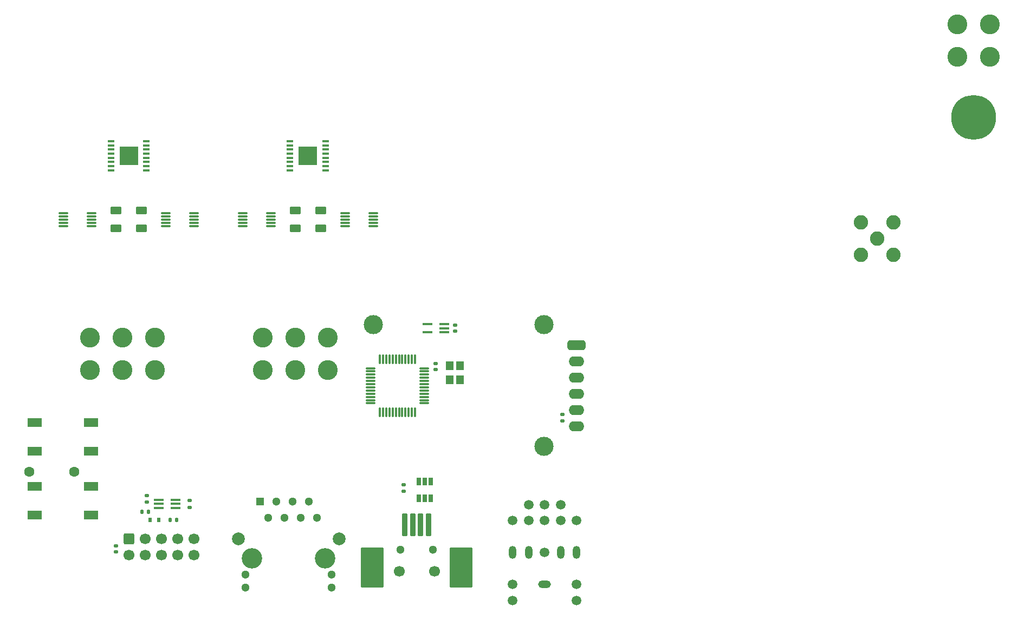
<source format=gbr>
%TF.GenerationSoftware,KiCad,Pcbnew,6.0.1-79c1e3a40b~116~ubuntu18.04.1*%
%TF.CreationDate,2022-01-20T05:24:45+01:00*%
%TF.ProjectId,ss_mb_mockup,73735f6d-625f-46d6-9f63-6b75702e6b69,Rev0.1*%
%TF.SameCoordinates,PX42c1d80PY93d1cc0*%
%TF.FileFunction,Soldermask,Bot*%
%TF.FilePolarity,Negative*%
%FSLAX46Y46*%
G04 Gerber Fmt 4.6, Leading zero omitted, Abs format (unit mm)*
G04 Created by KiCad (PCBNEW 6.0.1-79c1e3a40b~116~ubuntu18.04.1) date 2022-01-20 05:24:45*
%MOMM*%
%LPD*%
G01*
G04 APERTURE LIST*
G04 Aperture macros list*
%AMRoundRect*
0 Rectangle with rounded corners*
0 $1 Rounding radius*
0 $2 $3 $4 $5 $6 $7 $8 $9 X,Y pos of 4 corners*
0 Add a 4 corners polygon primitive as box body*
4,1,4,$2,$3,$4,$5,$6,$7,$8,$9,$2,$3,0*
0 Add four circle primitives for the rounded corners*
1,1,$1+$1,$2,$3*
1,1,$1+$1,$4,$5*
1,1,$1+$1,$6,$7*
1,1,$1+$1,$8,$9*
0 Add four rect primitives between the rounded corners*
20,1,$1+$1,$2,$3,$4,$5,0*
20,1,$1+$1,$4,$5,$6,$7,0*
20,1,$1+$1,$6,$7,$8,$9,0*
20,1,$1+$1,$8,$9,$2,$3,0*%
G04 Aperture macros list end*
%ADD10C,1.300000*%
%ADD11C,0.800000*%
%ADD12C,7.000000*%
%ADD13C,1.600000*%
%ADD14RoundRect,0.140000X-0.170000X0.140000X-0.170000X-0.140000X0.170000X-0.140000X0.170000X0.140000X0*%
%ADD15C,3.200000*%
%ADD16R,1.300000X1.300000*%
%ADD17C,2.000000*%
%ADD18RoundRect,0.250000X-0.625000X0.375000X-0.625000X-0.375000X0.625000X-0.375000X0.625000X0.375000X0*%
%ADD19RoundRect,0.250000X0.625000X-0.375000X0.625000X0.375000X-0.625000X0.375000X-0.625000X-0.375000X0*%
%ADD20R,2.200000X1.400000*%
%ADD21RoundRect,0.075000X0.075000X-0.662500X0.075000X0.662500X-0.075000X0.662500X-0.075000X-0.662500X0*%
%ADD22RoundRect,0.075000X0.662500X-0.075000X0.662500X0.075000X-0.662500X0.075000X-0.662500X-0.075000X0*%
%ADD23R,1.500000X0.400000*%
%ADD24R,0.650000X1.220000*%
%ADD25RoundRect,0.075000X-0.650000X-0.075000X0.650000X-0.075000X0.650000X0.075000X-0.650000X0.075000X0*%
%ADD26RoundRect,0.075000X0.650000X0.075000X-0.650000X0.075000X-0.650000X-0.075000X0.650000X-0.075000X0*%
%ADD27R,1.150000X1.400000*%
%ADD28C,1.700000*%
%ADD29RoundRect,0.005000X-0.350000X1.700000X-0.350000X-1.700000X0.350000X-1.700000X0.350000X1.700000X0*%
%ADD30RoundRect,0.005000X-1.700000X3.050000X-1.700000X-3.050000X1.700000X-3.050000X1.700000X3.050000X0*%
%ADD31RoundRect,0.250000X-0.600000X0.600000X-0.600000X-0.600000X0.600000X-0.600000X0.600000X0.600000X0*%
%ADD32RoundRect,0.135000X-0.185000X0.135000X-0.185000X-0.135000X0.185000X-0.135000X0.185000X0.135000X0*%
%ADD33R,0.600000X0.700000*%
%ADD34C,3.100000*%
%ADD35C,1.500000*%
%ADD36RoundRect,0.600000X-0.400000X0.000000X0.400000X0.000000X0.400000X0.000000X-0.400000X0.000000X0*%
%ADD37RoundRect,0.600000X0.000000X-0.400000X0.000000X0.400000X0.000000X0.400000X0.000000X-0.400000X0*%
%ADD38C,2.250000*%
%ADD39RoundRect,0.135000X0.135000X0.185000X-0.135000X0.185000X-0.135000X-0.185000X0.135000X-0.185000X0*%
%ADD40RoundRect,0.140000X0.170000X-0.140000X0.170000X0.140000X-0.170000X0.140000X-0.170000X-0.140000X0*%
%ADD41RoundRect,0.147500X-0.172500X0.147500X-0.172500X-0.147500X0.172500X-0.147500X0.172500X0.147500X0*%
%ADD42R,3.000000X3.000000*%
%ADD43R,1.050000X0.450000*%
%ADD44C,3.000000*%
%ADD45RoundRect,0.400000X1.000000X0.400000X-1.000000X0.400000X-1.000000X-0.400000X1.000000X-0.400000X0*%
%ADD46O,2.400000X1.600000*%
%ADD47RoundRect,0.135000X-0.135000X-0.185000X0.135000X-0.185000X0.135000X0.185000X-0.135000X0.185000X0*%
G04 APERTURE END LIST*
D10*
%TO.C,J1008*%
X66500000Y-86650000D03*
X61500000Y-86650000D03*
%TD*%
D11*
%TO.C,H301*%
X152856155Y-20856155D03*
X151000000Y-21625000D03*
X152856155Y-17143845D03*
D12*
X151000000Y-19000000D03*
D11*
X149143845Y-17143845D03*
X151000000Y-16375000D03*
X148375000Y-19000000D03*
X153625000Y-19000000D03*
X149143845Y-20856155D03*
%TD*%
D13*
%TO.C,J1011*%
X3500000Y-74500000D03*
X10500000Y-74500000D03*
%TD*%
D14*
%TO.C,C210*%
X70000000Y-51520000D03*
X70000000Y-52480000D03*
%TD*%
%TO.C,C1010*%
X21800000Y-78220000D03*
X21800000Y-79180000D03*
%TD*%
D15*
%TO.C,J201*%
X49715000Y-88000000D03*
X38285000Y-88000000D03*
D16*
X39560000Y-79110000D03*
D10*
X40830000Y-81650000D03*
X42100000Y-79110000D03*
X43370000Y-81650000D03*
X44640000Y-79110000D03*
X45910000Y-81650000D03*
X47180000Y-79110000D03*
X48450000Y-81650000D03*
X37275000Y-90540000D03*
X37275000Y-92570000D03*
X50725000Y-90540000D03*
X50725000Y-92570000D03*
D17*
X36125000Y-84950000D03*
X51875000Y-84950000D03*
%TD*%
D18*
%TO.C,R1212*%
X17000000Y-33600000D03*
X17000000Y-36400000D03*
%TD*%
D19*
%TO.C,R1505*%
X49000000Y-36400000D03*
X49000000Y-33600000D03*
%TD*%
D18*
%TO.C,R1512*%
X45000000Y-33600000D03*
X45000000Y-36400000D03*
%TD*%
D20*
%TO.C,SW2001*%
X4340000Y-76750000D03*
X13140000Y-76750000D03*
X4340000Y-81250000D03*
X13140000Y-81250000D03*
%TD*%
D21*
%TO.C,U201*%
X63750000Y-65162500D03*
X63250000Y-65162500D03*
X62750000Y-65162500D03*
X62250000Y-65162500D03*
X61750000Y-65162500D03*
X61250000Y-65162500D03*
X60750000Y-65162500D03*
X60250000Y-65162500D03*
X59750000Y-65162500D03*
X59250000Y-65162500D03*
X58750000Y-65162500D03*
X58250000Y-65162500D03*
D22*
X56837500Y-63750000D03*
X56837500Y-63250000D03*
X56837500Y-62750000D03*
X56837500Y-62250000D03*
X56837500Y-61750000D03*
X56837500Y-61250000D03*
X56837500Y-60750000D03*
X56837500Y-60250000D03*
X56837500Y-59750000D03*
X56837500Y-59250000D03*
X56837500Y-58750000D03*
X56837500Y-58250000D03*
D21*
X58250000Y-56837500D03*
X58750000Y-56837500D03*
X59250000Y-56837500D03*
X59750000Y-56837500D03*
X60250000Y-56837500D03*
X60750000Y-56837500D03*
X61250000Y-56837500D03*
X61750000Y-56837500D03*
X62250000Y-56837500D03*
X62750000Y-56837500D03*
X63250000Y-56837500D03*
X63750000Y-56837500D03*
D22*
X65162500Y-58250000D03*
X65162500Y-58750000D03*
X65162500Y-59250000D03*
X65162500Y-59750000D03*
X65162500Y-60250000D03*
X65162500Y-60750000D03*
X65162500Y-61250000D03*
X65162500Y-61750000D03*
X65162500Y-62250000D03*
X65162500Y-62750000D03*
X65162500Y-63250000D03*
X65162500Y-63750000D03*
%TD*%
D23*
%TO.C,U202*%
X68330000Y-51350000D03*
X68330000Y-52000000D03*
X68330000Y-52650000D03*
X65670000Y-52650000D03*
X65670000Y-51350000D03*
%TD*%
D24*
%TO.C,U1001*%
X64300000Y-76000000D03*
X65250000Y-76000000D03*
X66200000Y-76000000D03*
X66200000Y-78620000D03*
X65250000Y-78620000D03*
X64300000Y-78620000D03*
%TD*%
D25*
%TO.C,U1202*%
X24800000Y-36000000D03*
X24800000Y-35500000D03*
X24800000Y-35000000D03*
X24800000Y-34500000D03*
X24800000Y-34000000D03*
X29200000Y-34000000D03*
X29200000Y-34500000D03*
X29200000Y-35000000D03*
X29200000Y-35500000D03*
X29200000Y-36000000D03*
%TD*%
D26*
%TO.C,U1204*%
X13200000Y-34000000D03*
X13200000Y-34500000D03*
X13200000Y-35000000D03*
X13200000Y-35500000D03*
X13200000Y-36000000D03*
X8800000Y-36000000D03*
X8800000Y-35500000D03*
X8800000Y-35000000D03*
X8800000Y-34500000D03*
X8800000Y-34000000D03*
%TD*%
D25*
%TO.C,U1502*%
X52800000Y-36000000D03*
X52800000Y-35500000D03*
X52800000Y-35000000D03*
X52800000Y-34500000D03*
X52800000Y-34000000D03*
X57200000Y-34000000D03*
X57200000Y-34500000D03*
X57200000Y-35000000D03*
X57200000Y-35500000D03*
X57200000Y-36000000D03*
%TD*%
D26*
%TO.C,U1504*%
X41200000Y-34000000D03*
X41200000Y-34500000D03*
X41200000Y-35000000D03*
X41200000Y-35500000D03*
X41200000Y-36000000D03*
X36800000Y-36000000D03*
X36800000Y-35500000D03*
X36800000Y-35000000D03*
X36800000Y-34500000D03*
X36800000Y-34000000D03*
%TD*%
D27*
%TO.C,Y201*%
X70800000Y-57900000D03*
X70800000Y-60100000D03*
X69200000Y-60100000D03*
X69200000Y-57900000D03*
%TD*%
D28*
%TO.C,J1006*%
X66750000Y-90000000D03*
X61250000Y-90000000D03*
D29*
X62125000Y-82800000D03*
X64625000Y-82800000D03*
X65875000Y-82800000D03*
X63375000Y-82800000D03*
D30*
X57080000Y-89420000D03*
X70920000Y-89420000D03*
%TD*%
D31*
%TO.C,J1007*%
X19000000Y-85000000D03*
D28*
X19000000Y-87540000D03*
X21540000Y-85000000D03*
X21540000Y-87540000D03*
X24080000Y-85000000D03*
X24080000Y-87540000D03*
X26620000Y-85000000D03*
X26620000Y-87540000D03*
X29160000Y-85000000D03*
X29160000Y-87540000D03*
%TD*%
D32*
%TO.C,R1007*%
X28500000Y-78990000D03*
X28500000Y-80010000D03*
%TD*%
D33*
%TO.C,D1004*%
X23700000Y-82000000D03*
X22300000Y-82000000D03*
%TD*%
D34*
%TO.C,J303*%
X148460000Y-9540000D03*
X153540000Y-9540000D03*
X153540000Y-4460000D03*
X148460000Y-4460000D03*
%TD*%
D35*
%TO.C,J1001*%
X84000000Y-87100000D03*
X79000000Y-82100000D03*
X89000000Y-94600000D03*
X79000000Y-92100000D03*
X89000000Y-82100000D03*
X79000000Y-94600000D03*
X89000000Y-92100000D03*
D36*
X84000000Y-92100000D03*
D37*
X79000000Y-87100000D03*
X89000000Y-87100000D03*
D35*
X86500000Y-82100000D03*
X84000000Y-82100000D03*
X81500000Y-82100000D03*
X86500000Y-79600000D03*
X84000000Y-79600000D03*
X81500000Y-79600000D03*
D37*
X81500000Y-87100000D03*
X86500000Y-87100000D03*
%TD*%
D34*
%TO.C,J1002*%
X12920000Y-58540000D03*
X12920000Y-53460000D03*
X18000000Y-58540000D03*
X18000000Y-53460000D03*
X23080000Y-58540000D03*
X23080000Y-53460000D03*
%TD*%
%TO.C,J1003*%
X39920000Y-58540000D03*
X39920000Y-53460000D03*
X45000000Y-58540000D03*
X45000000Y-53460000D03*
X50080000Y-53460000D03*
X50080000Y-58540000D03*
%TD*%
D38*
%TO.C,J2203*%
X136000000Y-38000000D03*
X138540000Y-40540000D03*
X133460000Y-35460000D03*
X138540000Y-35460000D03*
X133460000Y-40540000D03*
%TD*%
D19*
%TO.C,R1205*%
X21000000Y-36400000D03*
X21000000Y-33600000D03*
%TD*%
D39*
%TO.C,R1008*%
X26510000Y-82000000D03*
X25490000Y-82000000D03*
%TD*%
D23*
%TO.C,U1002*%
X23670000Y-80150000D03*
X23670000Y-79500000D03*
X23670000Y-78850000D03*
X26330000Y-78850000D03*
X26330000Y-79500000D03*
X26330000Y-80150000D03*
%TD*%
D14*
%TO.C,C1004*%
X62000000Y-76520000D03*
X62000000Y-77480000D03*
%TD*%
D40*
%TO.C,C1008*%
X17000000Y-86980000D03*
X17000000Y-86020000D03*
%TD*%
D41*
%TO.C,R210*%
X67000000Y-57515000D03*
X67000000Y-58485000D03*
%TD*%
D42*
%TO.C,U1503*%
X47000000Y-25000000D03*
D43*
X49775000Y-22725000D03*
X49775000Y-23375000D03*
X49775000Y-24025000D03*
X49775000Y-24675000D03*
X49775000Y-25325000D03*
X49775000Y-25975000D03*
X49775000Y-26625000D03*
X49775000Y-27275000D03*
X44225000Y-27275000D03*
X44225000Y-26625000D03*
X44225000Y-25975000D03*
X44225000Y-25325000D03*
X44225000Y-24675000D03*
X44225000Y-24025000D03*
X44225000Y-23375000D03*
X44225000Y-22725000D03*
%TD*%
D42*
%TO.C,U1203*%
X19000000Y-25000000D03*
D43*
X21775000Y-22725000D03*
X21775000Y-23375000D03*
X21775000Y-24025000D03*
X21775000Y-24675000D03*
X21775000Y-25325000D03*
X21775000Y-25975000D03*
X21775000Y-26625000D03*
X21775000Y-27275000D03*
X16225000Y-27275000D03*
X16225000Y-26625000D03*
X16225000Y-25975000D03*
X16225000Y-25325000D03*
X16225000Y-24675000D03*
X16225000Y-24025000D03*
X16225000Y-23375000D03*
X16225000Y-22725000D03*
%TD*%
D20*
%TO.C,SW2002*%
X4340000Y-66750000D03*
X13140000Y-66750000D03*
X4340000Y-71250000D03*
X13140000Y-71250000D03*
%TD*%
D40*
%TO.C,C2101*%
X86750000Y-66480000D03*
X86750000Y-65520000D03*
%TD*%
D44*
%TO.C,RTC2101*%
X57250000Y-51475000D03*
X83920000Y-51475000D03*
X83920000Y-70525000D03*
D45*
X89000000Y-54650000D03*
D46*
X89000000Y-57190000D03*
X89000000Y-59730000D03*
X89000000Y-62270000D03*
X89000000Y-64810000D03*
X89000000Y-67350000D03*
%TD*%
D47*
%TO.C,R1009*%
X21090000Y-80700000D03*
X22110000Y-80700000D03*
%TD*%
M02*

</source>
